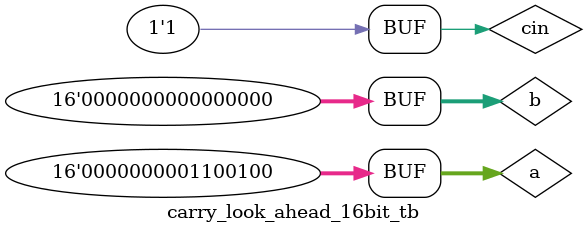
<source format=v>
module carry_look_ahead_16bit(a,b, cin, sum,cout);
input [15:0] a,b;
input cin;
output [15:0] sum;
output cout;
wire c1,c2,c3;
 
carry_look_ahead_4bit cla1 (.a(a[3:0]), .b(b[3:0]), .cin(cin), .sum(sum[3:0]), .cout(c1));
carry_look_ahead_4bit cla2 (.a(a[7:4]), .b(b[7:4]), .cin(c1), .sum(sum[7:4]), .cout(c2));
carry_look_ahead_4bit cla3(.a(a[11:8]), .b(b[11:8]), .cin(c2), .sum(sum[11:8]), .cout(c3));
carry_look_ahead_4bit cla4(.a(a[15:12]), .b(b[15:12]), .cin(c3), .sum(sum[15:12]), .cout(cout));
 
endmodule

module carry_look_ahead_4bit(a,b, cin, sum,cout);
input [3:0] a,b;
input cin;
output [3:0] sum;
output cout;
 
wire [3:0] p,g,c;
 
assign p=a^b;
assign g=a&b;

assign c[0]=cin;
assign c[1]= g[0]|(p[0]&c[0]);
assign c[2]= g[1] | (p[1]&g[0]) | p[1]&p[0]&c[0];
assign c[3]= g[2] | (p[2]&g[1]) | p[2]&p[1]&g[0] | p[2]&p[1]&p[0]&c[0];
assign cout= g[3] | (p[3]&g[2]) | p[3]&p[2]&g[1] | p[3]&p[2]&p[1]&g[0] | p[3]&p[2]&p[1]&p[0]&c[0];
assign sum=p^c;
 
endmodule

module carry_look_ahead_16bit_tb;
reg [15:0] a,b;
reg cin;
wire [15:0] sum;
wire cout;
 
  carry_look_ahead_16bit uut(.a(a), .b(b),.cin(cin),.sum(sum),.cout(cout));
 
initial begin
  a=0; b=0; cin=0;
  #20 a=16'd2; b=16'd2; cin=1'd1;
  #20 a=16'd2; b=16'd3; cin=1'd1;
  #20 a=16'd18; b=16'd18; cin=1'd0;
  #20 a=16'd100; b=16'd0; cin=1'd1;
end
 
initial
  $monitor( "A=%d, B=%d, Cin= %d, Sum=%d, Cout=%d", a,b,cin,sum,cout);
endmodule
</source>
